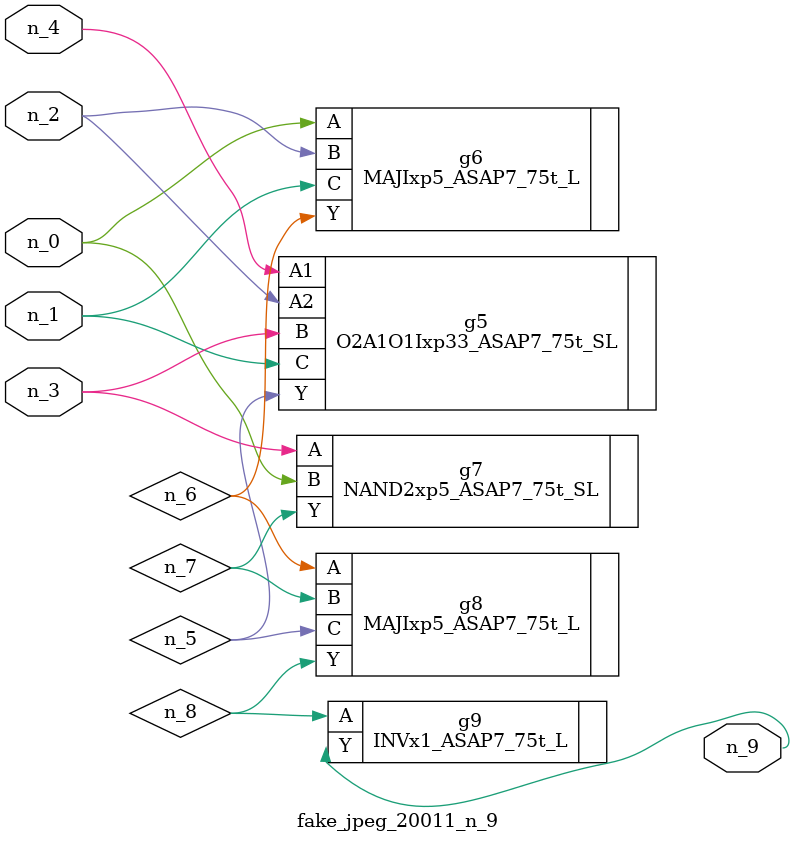
<source format=v>
module fake_jpeg_20011_n_9 (n_3, n_2, n_1, n_0, n_4, n_9);

input n_3;
input n_2;
input n_1;
input n_0;
input n_4;

output n_9;

wire n_8;
wire n_6;
wire n_5;
wire n_7;

O2A1O1Ixp33_ASAP7_75t_SL g5 ( 
.A1(n_4),
.A2(n_2),
.B(n_3),
.C(n_1),
.Y(n_5)
);

MAJIxp5_ASAP7_75t_L g6 ( 
.A(n_0),
.B(n_2),
.C(n_1),
.Y(n_6)
);

NAND2xp5_ASAP7_75t_SL g7 ( 
.A(n_3),
.B(n_0),
.Y(n_7)
);

MAJIxp5_ASAP7_75t_L g8 ( 
.A(n_6),
.B(n_7),
.C(n_5),
.Y(n_8)
);

INVx1_ASAP7_75t_L g9 ( 
.A(n_8),
.Y(n_9)
);


endmodule
</source>
